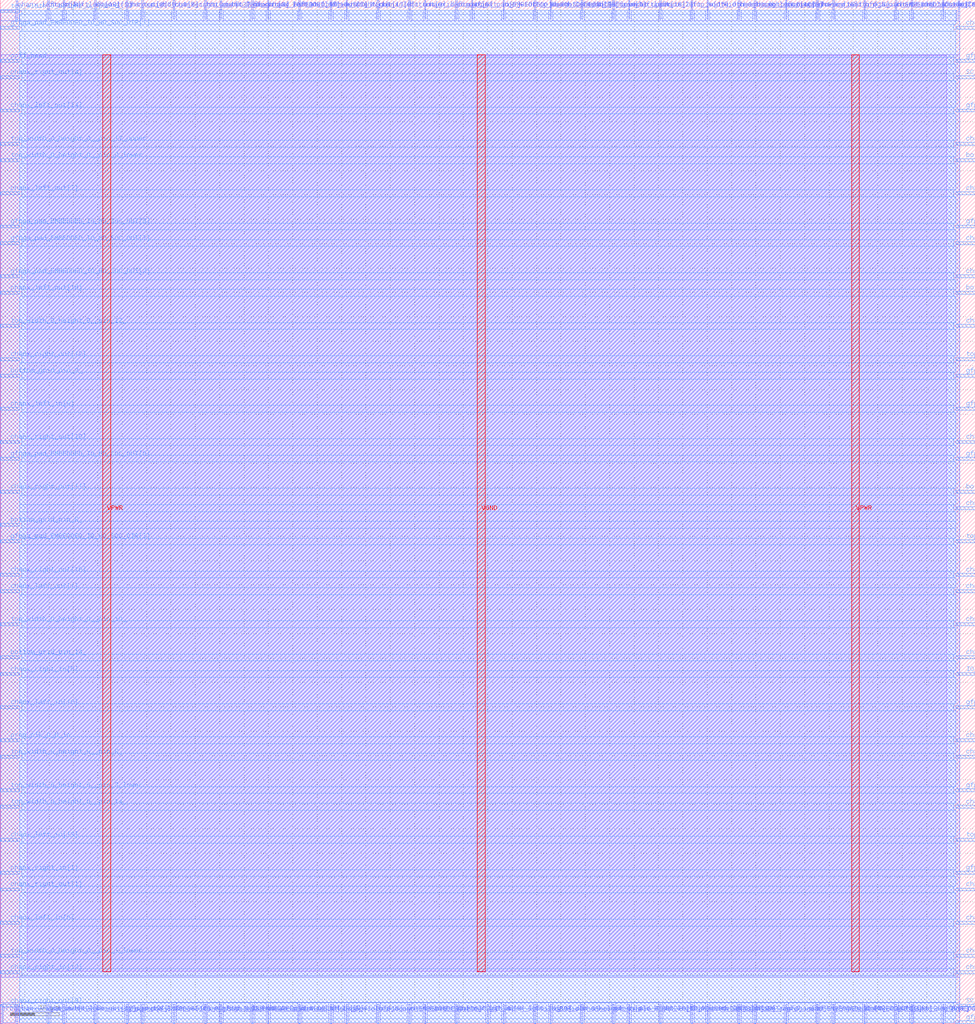
<source format=lef>
VERSION 5.7 ;
  NOWIREEXTENSIONATPIN ON ;
  DIVIDERCHAR "/" ;
  BUSBITCHARS "[]" ;
MACRO cbx_1__0_
  CLASS BLOCK ;
  FOREIGN cbx_1__0_ ;
  ORIGIN 0.000 0.000 ;
  SIZE 200.000 BY 210.000 ;
  PIN IO_ISOL_N
    DIRECTION INPUT ;
    USE SIGNAL ;
    PORT
      LAYER met3 ;
        RECT 196.000 71.440 200.000 72.040 ;
    END
  END IO_ISOL_N
  PIN SC_IN_BOT
    DIRECTION INPUT ;
    USE SIGNAL ;
    PORT
      LAYER met2 ;
        RECT 109.570 0.000 109.850 4.000 ;
    END
  END SC_IN_BOT
  PIN SC_IN_TOP
    DIRECTION INPUT ;
    USE SIGNAL ;
    PORT
      LAYER met3 ;
        RECT 196.000 3.440 200.000 4.040 ;
    END
  END SC_IN_TOP
  PIN SC_OUT_BOT
    DIRECTION OUTPUT TRISTATE ;
    USE SIGNAL ;
    PORT
      LAYER met2 ;
        RECT 151.430 0.000 151.710 4.000 ;
    END
  END SC_OUT_BOT
  PIN SC_OUT_TOP
    DIRECTION OUTPUT TRISTATE ;
    USE SIGNAL ;
    PORT
      LAYER met3 ;
        RECT 196.000 193.840 200.000 194.440 ;
    END
  END SC_OUT_TOP
  PIN VGND
    DIRECTION INOUT ;
    USE GROUND ;
    PORT
      LAYER met4 ;
        RECT 97.840 10.640 99.440 198.800 ;
    END
  END VGND
  PIN VPWR
    DIRECTION INOUT ;
    USE POWER ;
    PORT
      LAYER met4 ;
        RECT 21.040 10.640 22.640 198.800 ;
    END
    PORT
      LAYER met4 ;
        RECT 174.640 10.640 176.240 198.800 ;
    END
  END VPWR
  PIN bottom_grid_pin_0_
    DIRECTION OUTPUT TRISTATE ;
    USE SIGNAL ;
    PORT
      LAYER met2 ;
        RECT 51.610 0.000 51.890 4.000 ;
    END
  END bottom_grid_pin_0_
  PIN bottom_grid_pin_10_
    DIRECTION OUTPUT TRISTATE ;
    USE SIGNAL ;
    PORT
      LAYER met2 ;
        RECT 83.810 206.000 84.090 210.000 ;
    END
  END bottom_grid_pin_10_
  PIN bottom_grid_pin_12_
    DIRECTION OUTPUT TRISTATE ;
    USE SIGNAL ;
    PORT
      LAYER met2 ;
        RECT 196.510 206.000 196.790 210.000 ;
    END
  END bottom_grid_pin_12_
  PIN bottom_grid_pin_14_
    DIRECTION OUTPUT TRISTATE ;
    USE SIGNAL ;
    PORT
      LAYER met3 ;
        RECT 0.000 74.840 4.000 75.440 ;
    END
  END bottom_grid_pin_14_
  PIN bottom_grid_pin_16_
    DIRECTION OUTPUT TRISTATE ;
    USE SIGNAL ;
    PORT
      LAYER met3 ;
        RECT 196.000 176.840 200.000 177.440 ;
    END
  END bottom_grid_pin_16_
  PIN bottom_grid_pin_2_
    DIRECTION OUTPUT TRISTATE ;
    USE SIGNAL ;
    PORT
      LAYER met3 ;
        RECT 0.000 132.640 4.000 133.240 ;
    END
  END bottom_grid_pin_2_
  PIN bottom_grid_pin_4_
    DIRECTION OUTPUT TRISTATE ;
    USE SIGNAL ;
    PORT
      LAYER met3 ;
        RECT 196.000 108.840 200.000 109.440 ;
    END
  END bottom_grid_pin_4_
  PIN bottom_grid_pin_6_
    DIRECTION OUTPUT TRISTATE ;
    USE SIGNAL ;
    PORT
      LAYER met3 ;
        RECT 196.000 149.640 200.000 150.240 ;
    END
  END bottom_grid_pin_6_
  PIN bottom_grid_pin_8_
    DIRECTION OUTPUT TRISTATE ;
    USE SIGNAL ;
    PORT
      LAYER met3 ;
        RECT 0.000 102.040 4.000 102.640 ;
    END
  END bottom_grid_pin_8_
  PIN ccff_head
    DIRECTION INPUT ;
    USE SIGNAL ;
    PORT
      LAYER met3 ;
        RECT 0.000 197.240 4.000 197.840 ;
    END
  END ccff_head
  PIN ccff_tail
    DIRECTION OUTPUT TRISTATE ;
    USE SIGNAL ;
    PORT
      LAYER met2 ;
        RECT 183.630 0.000 183.910 4.000 ;
    END
  END ccff_tail
  PIN chanx_left_in[0]
    DIRECTION INPUT ;
    USE SIGNAL ;
    PORT
      LAYER met3 ;
        RECT 0.000 125.840 4.000 126.440 ;
    END
  END chanx_left_in[0]
  PIN chanx_left_in[10]
    DIRECTION INPUT ;
    USE SIGNAL ;
    PORT
      LAYER met3 ;
        RECT 0.000 64.640 4.000 65.240 ;
    END
  END chanx_left_in[10]
  PIN chanx_left_in[11]
    DIRECTION INPUT ;
    USE SIGNAL ;
    PORT
      LAYER met2 ;
        RECT 103.130 0.000 103.410 4.000 ;
    END
  END chanx_left_in[11]
  PIN chanx_left_in[12]
    DIRECTION INPUT ;
    USE SIGNAL ;
    PORT
      LAYER met3 ;
        RECT 196.000 159.840 200.000 160.440 ;
    END
  END chanx_left_in[12]
  PIN chanx_left_in[13]
    DIRECTION INPUT ;
    USE SIGNAL ;
    PORT
      LAYER met3 ;
        RECT 0.000 37.440 4.000 38.040 ;
    END
  END chanx_left_in[13]
  PIN chanx_left_in[14]
    DIRECTION INPUT ;
    USE SIGNAL ;
    PORT
      LAYER met3 ;
        RECT 196.000 170.040 200.000 170.640 ;
    END
  END chanx_left_in[14]
  PIN chanx_left_in[15]
    DIRECTION INPUT ;
    USE SIGNAL ;
    PORT
      LAYER met2 ;
        RECT 135.330 206.000 135.610 210.000 ;
    END
  END chanx_left_in[15]
  PIN chanx_left_in[16]
    DIRECTION INPUT ;
    USE SIGNAL ;
    PORT
      LAYER met2 ;
        RECT 29.070 0.000 29.350 4.000 ;
    END
  END chanx_left_in[16]
  PIN chanx_left_in[17]
    DIRECTION INPUT ;
    USE SIGNAL ;
    PORT
      LAYER met2 ;
        RECT 112.790 206.000 113.070 210.000 ;
    END
  END chanx_left_in[17]
  PIN chanx_left_in[18]
    DIRECTION INPUT ;
    USE SIGNAL ;
    PORT
      LAYER met3 ;
        RECT 196.000 81.640 200.000 82.240 ;
    END
  END chanx_left_in[18]
  PIN chanx_left_in[19]
    DIRECTION INPUT ;
    USE SIGNAL ;
    PORT
      LAYER met2 ;
        RECT 144.990 0.000 145.270 4.000 ;
    END
  END chanx_left_in[19]
  PIN chanx_left_in[1]
    DIRECTION INPUT ;
    USE SIGNAL ;
    PORT
      LAYER met2 ;
        RECT 119.230 206.000 119.510 210.000 ;
    END
  END chanx_left_in[1]
  PIN chanx_left_in[2]
    DIRECTION INPUT ;
    USE SIGNAL ;
    PORT
      LAYER met2 ;
        RECT 128.890 206.000 129.170 210.000 ;
    END
  END chanx_left_in[2]
  PIN chanx_left_in[3]
    DIRECTION INPUT ;
    USE SIGNAL ;
    PORT
      LAYER met3 ;
        RECT 196.000 180.240 200.000 180.840 ;
    END
  END chanx_left_in[3]
  PIN chanx_left_in[4]
    DIRECTION INPUT ;
    USE SIGNAL ;
    PORT
      LAYER met2 ;
        RECT 119.230 0.000 119.510 4.000 ;
    END
  END chanx_left_in[4]
  PIN chanx_left_in[5]
    DIRECTION INPUT ;
    USE SIGNAL ;
    PORT
      LAYER met2 ;
        RECT 61.270 0.000 61.550 4.000 ;
    END
  END chanx_left_in[5]
  PIN chanx_left_in[6]
    DIRECTION INPUT ;
    USE SIGNAL ;
    PORT
      LAYER met3 ;
        RECT 0.000 20.440 4.000 21.040 ;
    END
  END chanx_left_in[6]
  PIN chanx_left_in[7]
    DIRECTION INPUT ;
    USE SIGNAL ;
    PORT
      LAYER met2 ;
        RECT 93.470 206.000 93.750 210.000 ;
    END
  END chanx_left_in[7]
  PIN chanx_left_in[8]
    DIRECTION INPUT ;
    USE SIGNAL ;
    PORT
      LAYER met2 ;
        RECT 3.310 206.000 3.590 210.000 ;
    END
  END chanx_left_in[8]
  PIN chanx_left_in[9]
    DIRECTION INPUT ;
    USE SIGNAL ;
    PORT
      LAYER met3 ;
        RECT 196.000 204.040 200.000 204.640 ;
    END
  END chanx_left_in[9]
  PIN chanx_left_out[0]
    DIRECTION OUTPUT TRISTATE ;
    USE SIGNAL ;
    PORT
      LAYER met2 ;
        RECT 77.370 206.000 77.650 210.000 ;
    END
  END chanx_left_out[0]
  PIN chanx_left_out[10]
    DIRECTION OUTPUT TRISTATE ;
    USE SIGNAL ;
    PORT
      LAYER met2 ;
        RECT 193.290 206.000 193.570 210.000 ;
    END
  END chanx_left_out[10]
  PIN chanx_left_out[11]
    DIRECTION OUTPUT TRISTATE ;
    USE SIGNAL ;
    PORT
      LAYER met3 ;
        RECT 196.000 54.440 200.000 55.040 ;
    END
  END chanx_left_out[11]
  PIN chanx_left_out[12]
    DIRECTION OUTPUT TRISTATE ;
    USE SIGNAL ;
    PORT
      LAYER met2 ;
        RECT 12.970 0.000 13.250 4.000 ;
    END
  END chanx_left_out[12]
  PIN chanx_left_out[13]
    DIRECTION OUTPUT TRISTATE ;
    USE SIGNAL ;
    PORT
      LAYER met2 ;
        RECT 67.710 0.000 67.990 4.000 ;
    END
  END chanx_left_out[13]
  PIN chanx_left_out[14]
    DIRECTION OUTPUT TRISTATE ;
    USE SIGNAL ;
    PORT
      LAYER met3 ;
        RECT 0.000 187.040 4.000 187.640 ;
    END
  END chanx_left_out[14]
  PIN chanx_left_out[15]
    DIRECTION OUTPUT TRISTATE ;
    USE SIGNAL ;
    PORT
      LAYER met3 ;
        RECT 196.000 88.440 200.000 89.040 ;
    END
  END chanx_left_out[15]
  PIN chanx_left_out[16]
    DIRECTION OUTPUT TRISTATE ;
    USE SIGNAL ;
    PORT
      LAYER met3 ;
        RECT 0.000 149.640 4.000 150.240 ;
    END
  END chanx_left_out[16]
  PIN chanx_left_out[17]
    DIRECTION OUTPUT TRISTATE ;
    USE SIGNAL ;
    PORT
      LAYER met2 ;
        RECT 54.830 206.000 55.110 210.000 ;
    END
  END chanx_left_out[17]
  PIN chanx_left_out[18]
    DIRECTION OUTPUT TRISTATE ;
    USE SIGNAL ;
    PORT
      LAYER met2 ;
        RECT 125.670 206.000 125.950 210.000 ;
    END
  END chanx_left_out[18]
  PIN chanx_left_out[19]
    DIRECTION OUTPUT TRISTATE ;
    USE SIGNAL ;
    PORT
      LAYER met2 ;
        RECT 9.750 206.000 10.030 210.000 ;
    END
  END chanx_left_out[19]
  PIN chanx_left_out[1]
    DIRECTION OUTPUT TRISTATE ;
    USE SIGNAL ;
    PORT
      LAYER met3 ;
        RECT 0.000 88.440 4.000 89.040 ;
    END
  END chanx_left_out[1]
  PIN chanx_left_out[2]
    DIRECTION OUTPUT TRISTATE ;
    USE SIGNAL ;
    PORT
      LAYER met3 ;
        RECT 0.000 170.040 4.000 170.640 ;
    END
  END chanx_left_out[2]
  PIN chanx_left_out[3]
    DIRECTION OUTPUT TRISTATE ;
    USE SIGNAL ;
    PORT
      LAYER met2 ;
        RECT 45.170 206.000 45.450 210.000 ;
    END
  END chanx_left_out[3]
  PIN chanx_left_out[4]
    DIRECTION OUTPUT TRISTATE ;
    USE SIGNAL ;
    PORT
      LAYER met3 ;
        RECT 196.000 20.440 200.000 21.040 ;
    END
  END chanx_left_out[4]
  PIN chanx_left_out[5]
    DIRECTION OUTPUT TRISTATE ;
    USE SIGNAL ;
    PORT
      LAYER met2 ;
        RECT 87.030 206.000 87.310 210.000 ;
    END
  END chanx_left_out[5]
  PIN chanx_left_out[6]
    DIRECTION OUTPUT TRISTATE ;
    USE SIGNAL ;
    PORT
      LAYER met2 ;
        RECT 186.850 206.000 187.130 210.000 ;
    END
  END chanx_left_out[6]
  PIN chanx_left_out[7]
    DIRECTION OUTPUT TRISTATE ;
    USE SIGNAL ;
    PORT
      LAYER met2 ;
        RECT 61.270 206.000 61.550 210.000 ;
    END
  END chanx_left_out[7]
  PIN chanx_left_out[8]
    DIRECTION OUTPUT TRISTATE ;
    USE SIGNAL ;
    PORT
      LAYER met2 ;
        RECT 154.650 206.000 154.930 210.000 ;
    END
  END chanx_left_out[8]
  PIN chanx_left_out[9]
    DIRECTION OUTPUT TRISTATE ;
    USE SIGNAL ;
    PORT
      LAYER met2 ;
        RECT 12.970 206.000 13.250 210.000 ;
    END
  END chanx_left_out[9]
  PIN chanx_right_in[0]
    DIRECTION INPUT ;
    USE SIGNAL ;
    PORT
      LAYER met2 ;
        RECT 70.930 206.000 71.210 210.000 ;
    END
  END chanx_right_in[0]
  PIN chanx_right_in[10]
    DIRECTION INPUT ;
    USE SIGNAL ;
    PORT
      LAYER met2 ;
        RECT 154.650 0.000 154.930 4.000 ;
    END
  END chanx_right_in[10]
  PIN chanx_right_in[11]
    DIRECTION INPUT ;
    USE SIGNAL ;
    PORT
      LAYER met3 ;
        RECT 196.000 142.840 200.000 143.440 ;
    END
  END chanx_right_in[11]
  PIN chanx_right_in[12]
    DIRECTION INPUT ;
    USE SIGNAL ;
    PORT
      LAYER met3 ;
        RECT 0.000 10.240 4.000 10.840 ;
    END
  END chanx_right_in[12]
  PIN chanx_right_in[13]
    DIRECTION INPUT ;
    USE SIGNAL ;
    PORT
      LAYER met2 ;
        RECT 167.530 206.000 167.810 210.000 ;
    END
  END chanx_right_in[13]
  PIN chanx_right_in[14]
    DIRECTION INPUT ;
    USE SIGNAL ;
    PORT
      LAYER met3 ;
        RECT 196.000 13.640 200.000 14.240 ;
    END
  END chanx_right_in[14]
  PIN chanx_right_in[15]
    DIRECTION INPUT ;
    USE SIGNAL ;
    PORT
      LAYER met2 ;
        RECT 161.090 206.000 161.370 210.000 ;
    END
  END chanx_right_in[15]
  PIN chanx_right_in[16]
    DIRECTION INPUT ;
    USE SIGNAL ;
    PORT
      LAYER met2 ;
        RECT 83.810 0.000 84.090 4.000 ;
    END
  END chanx_right_in[16]
  PIN chanx_right_in[17]
    DIRECTION INPUT ;
    USE SIGNAL ;
    PORT
      LAYER met2 ;
        RECT 128.890 0.000 129.170 4.000 ;
    END
  END chanx_right_in[17]
  PIN chanx_right_in[18]
    DIRECTION INPUT ;
    USE SIGNAL ;
    PORT
      LAYER met3 ;
        RECT 196.000 119.040 200.000 119.640 ;
    END
  END chanx_right_in[18]
  PIN chanx_right_in[19]
    DIRECTION INPUT ;
    USE SIGNAL ;
    PORT
      LAYER met2 ;
        RECT 54.830 0.000 55.110 4.000 ;
    END
  END chanx_right_in[19]
  PIN chanx_right_in[1]
    DIRECTION INPUT ;
    USE SIGNAL ;
    PORT
      LAYER met3 ;
        RECT 0.000 30.640 4.000 31.240 ;
    END
  END chanx_right_in[1]
  PIN chanx_right_in[2]
    DIRECTION INPUT ;
    USE SIGNAL ;
    PORT
      LAYER met3 ;
        RECT 196.000 105.440 200.000 106.040 ;
    END
  END chanx_right_in[2]
  PIN chanx_right_in[3]
    DIRECTION INPUT ;
    USE SIGNAL ;
    PORT
      LAYER met2 ;
        RECT 177.190 0.000 177.470 4.000 ;
    END
  END chanx_right_in[3]
  PIN chanx_right_in[4]
    DIRECTION INPUT ;
    USE SIGNAL ;
    PORT
      LAYER met3 ;
        RECT 196.000 27.240 200.000 27.840 ;
    END
  END chanx_right_in[4]
  PIN chanx_right_in[5]
    DIRECTION INPUT ;
    USE SIGNAL ;
    PORT
      LAYER met3 ;
        RECT 0.000 71.440 4.000 72.040 ;
    END
  END chanx_right_in[5]
  PIN chanx_right_in[6]
    DIRECTION INPUT ;
    USE SIGNAL ;
    PORT
      LAYER met3 ;
        RECT 196.000 57.840 200.000 58.440 ;
    END
  END chanx_right_in[6]
  PIN chanx_right_in[7]
    DIRECTION INPUT ;
    USE SIGNAL ;
    PORT
      LAYER met2 ;
        RECT 167.530 0.000 167.810 4.000 ;
    END
  END chanx_right_in[7]
  PIN chanx_right_in[8]
    DIRECTION INPUT ;
    USE SIGNAL ;
    PORT
      LAYER met2 ;
        RECT 93.470 0.000 93.750 4.000 ;
    END
  END chanx_right_in[8]
  PIN chanx_right_in[9]
    DIRECTION INPUT ;
    USE SIGNAL ;
    PORT
      LAYER met3 ;
        RECT 196.000 74.840 200.000 75.440 ;
    END
  END chanx_right_in[9]
  PIN chanx_right_out[0]
    DIRECTION OUTPUT TRISTATE ;
    USE SIGNAL ;
    PORT
      LAYER met2 ;
        RECT 87.030 0.000 87.310 4.000 ;
    END
  END chanx_right_out[0]
  PIN chanx_right_out[10]
    DIRECTION OUTPUT TRISTATE ;
    USE SIGNAL ;
    PORT
      LAYER met3 ;
        RECT 0.000 119.040 4.000 119.640 ;
    END
  END chanx_right_out[10]
  PIN chanx_right_out[11]
    DIRECTION OUTPUT TRISTATE ;
    USE SIGNAL ;
    PORT
      LAYER met3 ;
        RECT 0.000 108.840 4.000 109.440 ;
    END
  END chanx_right_out[11]
  PIN chanx_right_out[12]
    DIRECTION OUTPUT TRISTATE ;
    USE SIGNAL ;
    PORT
      LAYER met3 ;
        RECT 0.000 136.040 4.000 136.640 ;
    END
  END chanx_right_out[12]
  PIN chanx_right_out[13]
    DIRECTION OUTPUT TRISTATE ;
    USE SIGNAL ;
    PORT
      LAYER met2 ;
        RECT 35.510 206.000 35.790 210.000 ;
    END
  END chanx_right_out[13]
  PIN chanx_right_out[14]
    DIRECTION OUTPUT TRISTATE ;
    USE SIGNAL ;
    PORT
      LAYER met3 ;
        RECT 196.000 153.040 200.000 153.640 ;
    END
  END chanx_right_out[14]
  PIN chanx_right_out[15]
    DIRECTION OUTPUT TRISTATE ;
    USE SIGNAL ;
    PORT
      LAYER met3 ;
        RECT 196.000 44.240 200.000 44.840 ;
    END
  END chanx_right_out[15]
  PIN chanx_right_out[16]
    DIRECTION OUTPUT TRISTATE ;
    USE SIGNAL ;
    PORT
      LAYER met2 ;
        RECT 151.430 206.000 151.710 210.000 ;
    END
  END chanx_right_out[16]
  PIN chanx_right_out[17]
    DIRECTION OUTPUT TRISTATE ;
    USE SIGNAL ;
    PORT
      LAYER met2 ;
        RECT 67.710 206.000 67.990 210.000 ;
    END
  END chanx_right_out[17]
  PIN chanx_right_out[18]
    DIRECTION OUTPUT TRISTATE ;
    USE SIGNAL ;
    PORT
      LAYER met3 ;
        RECT 0.000 91.840 4.000 92.440 ;
    END
  END chanx_right_out[18]
  PIN chanx_right_out[19]
    DIRECTION OUTPUT TRISTATE ;
    USE SIGNAL ;
    PORT
      LAYER met2 ;
        RECT 3.310 0.000 3.590 4.000 ;
    END
  END chanx_right_out[19]
  PIN chanx_right_out[1]
    DIRECTION OUTPUT TRISTATE ;
    USE SIGNAL ;
    PORT
      LAYER met3 ;
        RECT 0.000 27.240 4.000 27.840 ;
    END
  END chanx_right_out[1]
  PIN chanx_right_out[2]
    DIRECTION OUTPUT TRISTATE ;
    USE SIGNAL ;
    PORT
      LAYER met3 ;
        RECT 196.000 10.240 200.000 10.840 ;
    END
  END chanx_right_out[2]
  PIN chanx_right_out[3]
    DIRECTION OUTPUT TRISTATE ;
    USE SIGNAL ;
    PORT
      LAYER met2 ;
        RECT 25.850 206.000 26.130 210.000 ;
    END
  END chanx_right_out[3]
  PIN chanx_right_out[4]
    DIRECTION OUTPUT TRISTATE ;
    USE SIGNAL ;
    PORT
      LAYER met3 ;
        RECT 0.000 193.840 4.000 194.440 ;
    END
  END chanx_right_out[4]
  PIN chanx_right_out[5]
    DIRECTION OUTPUT TRISTATE ;
    USE SIGNAL ;
    PORT
      LAYER met3 ;
        RECT 196.000 91.840 200.000 92.440 ;
    END
  END chanx_right_out[5]
  PIN chanx_right_out[6]
    DIRECTION OUTPUT TRISTATE ;
    USE SIGNAL ;
    PORT
      LAYER met2 ;
        RECT 183.630 206.000 183.910 210.000 ;
    END
  END chanx_right_out[6]
  PIN chanx_right_out[7]
    DIRECTION OUTPUT TRISTATE ;
    USE SIGNAL ;
    PORT
      LAYER met2 ;
        RECT 19.410 0.000 19.690 4.000 ;
    END
  END chanx_right_out[7]
  PIN chanx_right_out[8]
    DIRECTION OUTPUT TRISTATE ;
    USE SIGNAL ;
    PORT
      LAYER met2 ;
        RECT 19.410 206.000 19.690 210.000 ;
    END
  END chanx_right_out[8]
  PIN chanx_right_out[9]
    DIRECTION OUTPUT TRISTATE ;
    USE SIGNAL ;
    PORT
      LAYER met3 ;
        RECT 0.000 3.440 4.000 4.040 ;
    END
  END chanx_right_out[9]
  PIN gfpga_pad_EMBEDDED_IO_HD_SOC_DIR[0]
    DIRECTION OUTPUT TRISTATE ;
    USE SIGNAL ;
    PORT
      LAYER met2 ;
        RECT 96.690 206.000 96.970 210.000 ;
    END
  END gfpga_pad_EMBEDDED_IO_HD_SOC_DIR[0]
  PIN gfpga_pad_EMBEDDED_IO_HD_SOC_DIR[1]
    DIRECTION OUTPUT TRISTATE ;
    USE SIGNAL ;
    PORT
      LAYER met3 ;
        RECT 0.000 204.040 4.000 204.640 ;
    END
  END gfpga_pad_EMBEDDED_IO_HD_SOC_DIR[1]
  PIN gfpga_pad_EMBEDDED_IO_HD_SOC_DIR[2]
    DIRECTION OUTPUT TRISTATE ;
    USE SIGNAL ;
    PORT
      LAYER met2 ;
        RECT 193.290 0.000 193.570 4.000 ;
    END
  END gfpga_pad_EMBEDDED_IO_HD_SOC_DIR[2]
  PIN gfpga_pad_EMBEDDED_IO_HD_SOC_DIR[3]
    DIRECTION OUTPUT TRISTATE ;
    USE SIGNAL ;
    PORT
      LAYER met3 ;
        RECT 0.000 98.640 4.000 99.240 ;
    END
  END gfpga_pad_EMBEDDED_IO_HD_SOC_DIR[3]
  PIN gfpga_pad_EMBEDDED_IO_HD_SOC_DIR[4]
    DIRECTION OUTPUT TRISTATE ;
    USE SIGNAL ;
    PORT
      LAYER met3 ;
        RECT 196.000 132.640 200.000 133.240 ;
    END
  END gfpga_pad_EMBEDDED_IO_HD_SOC_DIR[4]
  PIN gfpga_pad_EMBEDDED_IO_HD_SOC_DIR[5]
    DIRECTION OUTPUT TRISTATE ;
    USE SIGNAL ;
    PORT
      LAYER met2 ;
        RECT 177.190 206.000 177.470 210.000 ;
    END
  END gfpga_pad_EMBEDDED_IO_HD_SOC_DIR[5]
  PIN gfpga_pad_EMBEDDED_IO_HD_SOC_DIR[6]
    DIRECTION OUTPUT TRISTATE ;
    USE SIGNAL ;
    PORT
      LAYER met2 ;
        RECT 45.170 0.000 45.450 4.000 ;
    END
  END gfpga_pad_EMBEDDED_IO_HD_SOC_DIR[6]
  PIN gfpga_pad_EMBEDDED_IO_HD_SOC_DIR[7]
    DIRECTION OUTPUT TRISTATE ;
    USE SIGNAL ;
    PORT
      LAYER met3 ;
        RECT 196.000 47.640 200.000 48.240 ;
    END
  END gfpga_pad_EMBEDDED_IO_HD_SOC_DIR[7]
  PIN gfpga_pad_EMBEDDED_IO_HD_SOC_DIR[8]
    DIRECTION OUTPUT TRISTATE ;
    USE SIGNAL ;
    PORT
      LAYER met2 ;
        RECT 125.670 0.000 125.950 4.000 ;
    END
  END gfpga_pad_EMBEDDED_IO_HD_SOC_DIR[8]
  PIN gfpga_pad_EMBEDDED_IO_HD_SOC_IN[0]
    DIRECTION INPUT ;
    USE SIGNAL ;
    PORT
      LAYER met3 ;
        RECT 196.000 0.040 200.000 0.640 ;
    END
  END gfpga_pad_EMBEDDED_IO_HD_SOC_IN[0]
  PIN gfpga_pad_EMBEDDED_IO_HD_SOC_IN[1]
    DIRECTION INPUT ;
    USE SIGNAL ;
    PORT
      LAYER met2 ;
        RECT 51.610 206.000 51.890 210.000 ;
    END
  END gfpga_pad_EMBEDDED_IO_HD_SOC_IN[1]
  PIN gfpga_pad_EMBEDDED_IO_HD_SOC_IN[2]
    DIRECTION INPUT ;
    USE SIGNAL ;
    PORT
      LAYER met2 ;
        RECT 161.090 0.000 161.370 4.000 ;
    END
  END gfpga_pad_EMBEDDED_IO_HD_SOC_IN[2]
  PIN gfpga_pad_EMBEDDED_IO_HD_SOC_IN[3]
    DIRECTION INPUT ;
    USE SIGNAL ;
    PORT
      LAYER met2 ;
        RECT 25.850 0.000 26.130 4.000 ;
    END
  END gfpga_pad_EMBEDDED_IO_HD_SOC_IN[3]
  PIN gfpga_pad_EMBEDDED_IO_HD_SOC_IN[4]
    DIRECTION INPUT ;
    USE SIGNAL ;
    PORT
      LAYER met2 ;
        RECT 77.370 0.000 77.650 4.000 ;
    END
  END gfpga_pad_EMBEDDED_IO_HD_SOC_IN[4]
  PIN gfpga_pad_EMBEDDED_IO_HD_SOC_IN[5]
    DIRECTION INPUT ;
    USE SIGNAL ;
    PORT
      LAYER met3 ;
        RECT 196.000 30.640 200.000 31.240 ;
    END
  END gfpga_pad_EMBEDDED_IO_HD_SOC_IN[5]
  PIN gfpga_pad_EMBEDDED_IO_HD_SOC_IN[6]
    DIRECTION INPUT ;
    USE SIGNAL ;
    PORT
      LAYER met3 ;
        RECT 196.000 163.240 200.000 163.840 ;
    END
  END gfpga_pad_EMBEDDED_IO_HD_SOC_IN[6]
  PIN gfpga_pad_EMBEDDED_IO_HD_SOC_IN[7]
    DIRECTION INPUT ;
    USE SIGNAL ;
    PORT
      LAYER met3 ;
        RECT 196.000 115.640 200.000 116.240 ;
    END
  END gfpga_pad_EMBEDDED_IO_HD_SOC_IN[7]
  PIN gfpga_pad_EMBEDDED_IO_HD_SOC_IN[8]
    DIRECTION INPUT ;
    USE SIGNAL ;
    PORT
      LAYER met2 ;
        RECT 170.750 0.000 171.030 4.000 ;
    END
  END gfpga_pad_EMBEDDED_IO_HD_SOC_IN[8]
  PIN gfpga_pad_EMBEDDED_IO_HD_SOC_OUT[0]
    DIRECTION OUTPUT TRISTATE ;
    USE SIGNAL ;
    PORT
      LAYER met3 ;
        RECT 0.000 115.640 4.000 116.240 ;
    END
  END gfpga_pad_EMBEDDED_IO_HD_SOC_OUT[0]
  PIN gfpga_pad_EMBEDDED_IO_HD_SOC_OUT[1]
    DIRECTION OUTPUT TRISTATE ;
    USE SIGNAL ;
    PORT
      LAYER met3 ;
        RECT 196.000 64.640 200.000 65.240 ;
    END
  END gfpga_pad_EMBEDDED_IO_HD_SOC_OUT[1]
  PIN gfpga_pad_EMBEDDED_IO_HD_SOC_OUT[2]
    DIRECTION OUTPUT TRISTATE ;
    USE SIGNAL ;
    PORT
      LAYER met3 ;
        RECT 0.000 153.040 4.000 153.640 ;
    END
  END gfpga_pad_EMBEDDED_IO_HD_SOC_OUT[2]
  PIN gfpga_pad_EMBEDDED_IO_HD_SOC_OUT[3]
    DIRECTION OUTPUT TRISTATE ;
    USE SIGNAL ;
    PORT
      LAYER met3 ;
        RECT 196.000 125.840 200.000 126.440 ;
    END
  END gfpga_pad_EMBEDDED_IO_HD_SOC_OUT[3]
  PIN gfpga_pad_EMBEDDED_IO_HD_SOC_OUT[4]
    DIRECTION OUTPUT TRISTATE ;
    USE SIGNAL ;
    PORT
      LAYER met3 ;
        RECT 196.000 187.040 200.000 187.640 ;
    END
  END gfpga_pad_EMBEDDED_IO_HD_SOC_OUT[4]
  PIN gfpga_pad_EMBEDDED_IO_HD_SOC_OUT[5]
    DIRECTION OUTPUT TRISTATE ;
    USE SIGNAL ;
    PORT
      LAYER met2 ;
        RECT 186.850 0.000 187.130 4.000 ;
    END
  END gfpga_pad_EMBEDDED_IO_HD_SOC_OUT[5]
  PIN gfpga_pad_EMBEDDED_IO_HD_SOC_OUT[6]
    DIRECTION OUTPUT TRISTATE ;
    USE SIGNAL ;
    PORT
      LAYER met3 ;
        RECT 196.000 197.240 200.000 197.840 ;
    END
  END gfpga_pad_EMBEDDED_IO_HD_SOC_OUT[6]
  PIN gfpga_pad_EMBEDDED_IO_HD_SOC_OUT[7]
    DIRECTION OUTPUT TRISTATE ;
    USE SIGNAL ;
    PORT
      LAYER met3 ;
        RECT 0.000 159.840 4.000 160.440 ;
    END
  END gfpga_pad_EMBEDDED_IO_HD_SOC_OUT[7]
  PIN gfpga_pad_EMBEDDED_IO_HD_SOC_OUT[8]
    DIRECTION OUTPUT TRISTATE ;
    USE SIGNAL ;
    PORT
      LAYER met3 ;
        RECT 0.000 163.240 4.000 163.840 ;
    END
  END gfpga_pad_EMBEDDED_IO_HD_SOC_OUT[8]
  PIN prog_clk_0_N_in
    DIRECTION INPUT ;
    USE SIGNAL ;
    PORT
      LAYER met3 ;
        RECT 0.000 57.840 4.000 58.440 ;
    END
  END prog_clk_0_N_in
  PIN prog_clk_0_W_out
    DIRECTION OUTPUT TRISTATE ;
    USE SIGNAL ;
    PORT
      LAYER met2 ;
        RECT 0.090 0.000 0.370 4.000 ;
    END
  END prog_clk_0_W_out
  PIN top_width_0_height_0__pin_0_
    DIRECTION INPUT ;
    USE SIGNAL ;
    PORT
      LAYER met2 ;
        RECT 135.330 0.000 135.610 4.000 ;
    END
  END top_width_0_height_0__pin_0_
  PIN top_width_0_height_0__pin_10_
    DIRECTION INPUT ;
    USE SIGNAL ;
    PORT
      LAYER met3 ;
        RECT 0.000 81.640 4.000 82.240 ;
    END
  END top_width_0_height_0__pin_10_
  PIN top_width_0_height_0__pin_11_lower
    DIRECTION OUTPUT TRISTATE ;
    USE SIGNAL ;
    PORT
      LAYER met2 ;
        RECT 41.950 206.000 42.230 210.000 ;
    END
  END top_width_0_height_0__pin_11_lower
  PIN top_width_0_height_0__pin_11_upper
    DIRECTION OUTPUT TRISTATE ;
    USE SIGNAL ;
    PORT
      LAYER met2 ;
        RECT 109.570 206.000 109.850 210.000 ;
    END
  END top_width_0_height_0__pin_11_upper
  PIN top_width_0_height_0__pin_12_
    DIRECTION INPUT ;
    USE SIGNAL ;
    PORT
      LAYER met3 ;
        RECT 0.000 142.840 4.000 143.440 ;
    END
  END top_width_0_height_0__pin_12_
  PIN top_width_0_height_0__pin_13_lower
    DIRECTION OUTPUT TRISTATE ;
    USE SIGNAL ;
    PORT
      LAYER met2 ;
        RECT 35.510 0.000 35.790 4.000 ;
    END
  END top_width_0_height_0__pin_13_lower
  PIN top_width_0_height_0__pin_13_upper
    DIRECTION OUTPUT TRISTATE ;
    USE SIGNAL ;
    PORT
      LAYER met2 ;
        RECT 9.750 0.000 10.030 4.000 ;
    END
  END top_width_0_height_0__pin_13_upper
  PIN top_width_0_height_0__pin_14_
    DIRECTION INPUT ;
    USE SIGNAL ;
    PORT
      LAYER met3 ;
        RECT 0.000 44.240 4.000 44.840 ;
    END
  END top_width_0_height_0__pin_14_
  PIN top_width_0_height_0__pin_15_lower
    DIRECTION OUTPUT TRISTATE ;
    USE SIGNAL ;
    PORT
      LAYER met2 ;
        RECT 103.130 206.000 103.410 210.000 ;
    END
  END top_width_0_height_0__pin_15_lower
  PIN top_width_0_height_0__pin_15_upper
    DIRECTION OUTPUT TRISTATE ;
    USE SIGNAL ;
    PORT
      LAYER met2 ;
        RECT 99.910 0.000 100.190 4.000 ;
    END
  END top_width_0_height_0__pin_15_upper
  PIN top_width_0_height_0__pin_16_
    DIRECTION INPUT ;
    USE SIGNAL ;
    PORT
      LAYER met2 ;
        RECT 170.750 206.000 171.030 210.000 ;
    END
  END top_width_0_height_0__pin_16_
  PIN top_width_0_height_0__pin_17_lower
    DIRECTION OUTPUT TRISTATE ;
    USE SIGNAL ;
    PORT
      LAYER met3 ;
        RECT 196.000 37.440 200.000 38.040 ;
    END
  END top_width_0_height_0__pin_17_lower
  PIN top_width_0_height_0__pin_17_upper
    DIRECTION OUTPUT TRISTATE ;
    USE SIGNAL ;
    PORT
      LAYER met3 ;
        RECT 0.000 180.240 4.000 180.840 ;
    END
  END top_width_0_height_0__pin_17_upper
  PIN top_width_0_height_0__pin_1_lower
    DIRECTION OUTPUT TRISTATE ;
    USE SIGNAL ;
    PORT
      LAYER met3 ;
        RECT 0.000 13.640 4.000 14.240 ;
    END
  END top_width_0_height_0__pin_1_lower
  PIN top_width_0_height_0__pin_1_upper
    DIRECTION OUTPUT TRISTATE ;
    USE SIGNAL ;
    PORT
      LAYER met2 ;
        RECT 41.950 0.000 42.230 4.000 ;
    END
  END top_width_0_height_0__pin_1_upper
  PIN top_width_0_height_0__pin_2_
    DIRECTION INPUT ;
    USE SIGNAL ;
    PORT
      LAYER met2 ;
        RECT 70.930 0.000 71.210 4.000 ;
    END
  END top_width_0_height_0__pin_2_
  PIN top_width_0_height_0__pin_3_lower
    DIRECTION OUTPUT TRISTATE ;
    USE SIGNAL ;
    PORT
      LAYER met3 ;
        RECT 0.000 47.640 4.000 48.240 ;
    END
  END top_width_0_height_0__pin_3_lower
  PIN top_width_0_height_0__pin_3_upper
    DIRECTION OUTPUT TRISTATE ;
    USE SIGNAL ;
    PORT
      LAYER met3 ;
        RECT 196.000 136.040 200.000 136.640 ;
    END
  END top_width_0_height_0__pin_3_upper
  PIN top_width_0_height_0__pin_4_
    DIRECTION INPUT ;
    USE SIGNAL ;
    PORT
      LAYER met2 ;
        RECT 112.790 0.000 113.070 4.000 ;
    END
  END top_width_0_height_0__pin_4_
  PIN top_width_0_height_0__pin_5_lower
    DIRECTION OUTPUT TRISTATE ;
    USE SIGNAL ;
    PORT
      LAYER met2 ;
        RECT 144.990 206.000 145.270 210.000 ;
    END
  END top_width_0_height_0__pin_5_lower
  PIN top_width_0_height_0__pin_5_upper
    DIRECTION OUTPUT TRISTATE ;
    USE SIGNAL ;
    PORT
      LAYER met2 ;
        RECT 141.770 206.000 142.050 210.000 ;
    END
  END top_width_0_height_0__pin_5_upper
  PIN top_width_0_height_0__pin_6_
    DIRECTION INPUT ;
    USE SIGNAL ;
    PORT
      LAYER met3 ;
        RECT 0.000 207.440 4.000 208.040 ;
    END
  END top_width_0_height_0__pin_6_
  PIN top_width_0_height_0__pin_7_lower
    DIRECTION OUTPUT TRISTATE ;
    USE SIGNAL ;
    PORT
      LAYER met2 ;
        RECT 29.070 206.000 29.350 210.000 ;
    END
  END top_width_0_height_0__pin_7_lower
  PIN top_width_0_height_0__pin_7_upper
    DIRECTION OUTPUT TRISTATE ;
    USE SIGNAL ;
    PORT
      LAYER met2 ;
        RECT 141.770 0.000 142.050 4.000 ;
    END
  END top_width_0_height_0__pin_7_upper
  PIN top_width_0_height_0__pin_8_
    DIRECTION INPUT ;
    USE SIGNAL ;
    PORT
      LAYER met3 ;
        RECT 0.000 54.440 4.000 55.040 ;
    END
  END top_width_0_height_0__pin_8_
  PIN top_width_0_height_0__pin_9_lower
    DIRECTION OUTPUT TRISTATE ;
    USE SIGNAL ;
    PORT
      LAYER met3 ;
        RECT 0.000 176.840 4.000 177.440 ;
    END
  END top_width_0_height_0__pin_9_lower
  PIN top_width_0_height_0__pin_9_upper
    DIRECTION OUTPUT TRISTATE ;
    USE SIGNAL ;
    PORT
      LAYER met3 ;
        RECT 196.000 98.640 200.000 99.240 ;
    END
  END top_width_0_height_0__pin_9_upper
  OBS
      LAYER li1 ;
        RECT 5.520 10.795 194.120 198.645 ;
      LAYER met1 ;
        RECT 0.070 9.560 196.810 198.800 ;
      LAYER met2 ;
        RECT 0.100 205.720 3.030 207.925 ;
        RECT 3.870 205.720 9.470 207.925 ;
        RECT 10.310 205.720 12.690 207.925 ;
        RECT 13.530 205.720 19.130 207.925 ;
        RECT 19.970 205.720 25.570 207.925 ;
        RECT 26.410 205.720 28.790 207.925 ;
        RECT 29.630 205.720 35.230 207.925 ;
        RECT 36.070 205.720 41.670 207.925 ;
        RECT 42.510 205.720 44.890 207.925 ;
        RECT 45.730 205.720 51.330 207.925 ;
        RECT 52.170 205.720 54.550 207.925 ;
        RECT 55.390 205.720 60.990 207.925 ;
        RECT 61.830 205.720 67.430 207.925 ;
        RECT 68.270 205.720 70.650 207.925 ;
        RECT 71.490 205.720 77.090 207.925 ;
        RECT 77.930 205.720 83.530 207.925 ;
        RECT 84.370 205.720 86.750 207.925 ;
        RECT 87.590 205.720 93.190 207.925 ;
        RECT 94.030 205.720 96.410 207.925 ;
        RECT 97.250 205.720 102.850 207.925 ;
        RECT 103.690 205.720 109.290 207.925 ;
        RECT 110.130 205.720 112.510 207.925 ;
        RECT 113.350 205.720 118.950 207.925 ;
        RECT 119.790 205.720 125.390 207.925 ;
        RECT 126.230 205.720 128.610 207.925 ;
        RECT 129.450 205.720 135.050 207.925 ;
        RECT 135.890 205.720 141.490 207.925 ;
        RECT 142.330 205.720 144.710 207.925 ;
        RECT 145.550 205.720 151.150 207.925 ;
        RECT 151.990 205.720 154.370 207.925 ;
        RECT 155.210 205.720 160.810 207.925 ;
        RECT 161.650 205.720 167.250 207.925 ;
        RECT 168.090 205.720 170.470 207.925 ;
        RECT 171.310 205.720 176.910 207.925 ;
        RECT 177.750 205.720 183.350 207.925 ;
        RECT 184.190 205.720 186.570 207.925 ;
        RECT 187.410 205.720 193.010 207.925 ;
        RECT 193.850 205.720 196.230 207.925 ;
        RECT 0.100 4.280 196.780 205.720 ;
        RECT 0.650 0.155 3.030 4.280 ;
        RECT 3.870 0.155 9.470 4.280 ;
        RECT 10.310 0.155 12.690 4.280 ;
        RECT 13.530 0.155 19.130 4.280 ;
        RECT 19.970 0.155 25.570 4.280 ;
        RECT 26.410 0.155 28.790 4.280 ;
        RECT 29.630 0.155 35.230 4.280 ;
        RECT 36.070 0.155 41.670 4.280 ;
        RECT 42.510 0.155 44.890 4.280 ;
        RECT 45.730 0.155 51.330 4.280 ;
        RECT 52.170 0.155 54.550 4.280 ;
        RECT 55.390 0.155 60.990 4.280 ;
        RECT 61.830 0.155 67.430 4.280 ;
        RECT 68.270 0.155 70.650 4.280 ;
        RECT 71.490 0.155 77.090 4.280 ;
        RECT 77.930 0.155 83.530 4.280 ;
        RECT 84.370 0.155 86.750 4.280 ;
        RECT 87.590 0.155 93.190 4.280 ;
        RECT 94.030 0.155 99.630 4.280 ;
        RECT 100.470 0.155 102.850 4.280 ;
        RECT 103.690 0.155 109.290 4.280 ;
        RECT 110.130 0.155 112.510 4.280 ;
        RECT 113.350 0.155 118.950 4.280 ;
        RECT 119.790 0.155 125.390 4.280 ;
        RECT 126.230 0.155 128.610 4.280 ;
        RECT 129.450 0.155 135.050 4.280 ;
        RECT 135.890 0.155 141.490 4.280 ;
        RECT 142.330 0.155 144.710 4.280 ;
        RECT 145.550 0.155 151.150 4.280 ;
        RECT 151.990 0.155 154.370 4.280 ;
        RECT 155.210 0.155 160.810 4.280 ;
        RECT 161.650 0.155 167.250 4.280 ;
        RECT 168.090 0.155 170.470 4.280 ;
        RECT 171.310 0.155 176.910 4.280 ;
        RECT 177.750 0.155 183.350 4.280 ;
        RECT 184.190 0.155 186.570 4.280 ;
        RECT 187.410 0.155 193.010 4.280 ;
        RECT 193.850 0.155 196.780 4.280 ;
      LAYER met3 ;
        RECT 4.400 207.040 196.000 207.905 ;
        RECT 4.000 205.040 196.000 207.040 ;
        RECT 4.400 203.640 195.600 205.040 ;
        RECT 4.000 198.240 196.000 203.640 ;
        RECT 4.400 196.840 195.600 198.240 ;
        RECT 4.000 194.840 196.000 196.840 ;
        RECT 4.400 193.440 195.600 194.840 ;
        RECT 4.000 188.040 196.000 193.440 ;
        RECT 4.400 186.640 195.600 188.040 ;
        RECT 4.000 181.240 196.000 186.640 ;
        RECT 4.400 179.840 195.600 181.240 ;
        RECT 4.000 177.840 196.000 179.840 ;
        RECT 4.400 176.440 195.600 177.840 ;
        RECT 4.000 171.040 196.000 176.440 ;
        RECT 4.400 169.640 195.600 171.040 ;
        RECT 4.000 164.240 196.000 169.640 ;
        RECT 4.400 162.840 195.600 164.240 ;
        RECT 4.000 160.840 196.000 162.840 ;
        RECT 4.400 159.440 195.600 160.840 ;
        RECT 4.000 154.040 196.000 159.440 ;
        RECT 4.400 152.640 195.600 154.040 ;
        RECT 4.000 150.640 196.000 152.640 ;
        RECT 4.400 149.240 195.600 150.640 ;
        RECT 4.000 143.840 196.000 149.240 ;
        RECT 4.400 142.440 195.600 143.840 ;
        RECT 4.000 137.040 196.000 142.440 ;
        RECT 4.400 135.640 195.600 137.040 ;
        RECT 4.000 133.640 196.000 135.640 ;
        RECT 4.400 132.240 195.600 133.640 ;
        RECT 4.000 126.840 196.000 132.240 ;
        RECT 4.400 125.440 195.600 126.840 ;
        RECT 4.000 120.040 196.000 125.440 ;
        RECT 4.400 118.640 195.600 120.040 ;
        RECT 4.000 116.640 196.000 118.640 ;
        RECT 4.400 115.240 195.600 116.640 ;
        RECT 4.000 109.840 196.000 115.240 ;
        RECT 4.400 108.440 195.600 109.840 ;
        RECT 4.000 106.440 196.000 108.440 ;
        RECT 4.000 105.040 195.600 106.440 ;
        RECT 4.000 103.040 196.000 105.040 ;
        RECT 4.400 101.640 196.000 103.040 ;
        RECT 4.000 99.640 196.000 101.640 ;
        RECT 4.400 98.240 195.600 99.640 ;
        RECT 4.000 92.840 196.000 98.240 ;
        RECT 4.400 91.440 195.600 92.840 ;
        RECT 4.000 89.440 196.000 91.440 ;
        RECT 4.400 88.040 195.600 89.440 ;
        RECT 4.000 82.640 196.000 88.040 ;
        RECT 4.400 81.240 195.600 82.640 ;
        RECT 4.000 75.840 196.000 81.240 ;
        RECT 4.400 74.440 195.600 75.840 ;
        RECT 4.000 72.440 196.000 74.440 ;
        RECT 4.400 71.040 195.600 72.440 ;
        RECT 4.000 65.640 196.000 71.040 ;
        RECT 4.400 64.240 195.600 65.640 ;
        RECT 4.000 58.840 196.000 64.240 ;
        RECT 4.400 57.440 195.600 58.840 ;
        RECT 4.000 55.440 196.000 57.440 ;
        RECT 4.400 54.040 195.600 55.440 ;
        RECT 4.000 48.640 196.000 54.040 ;
        RECT 4.400 47.240 195.600 48.640 ;
        RECT 4.000 45.240 196.000 47.240 ;
        RECT 4.400 43.840 195.600 45.240 ;
        RECT 4.000 38.440 196.000 43.840 ;
        RECT 4.400 37.040 195.600 38.440 ;
        RECT 4.000 31.640 196.000 37.040 ;
        RECT 4.400 30.240 195.600 31.640 ;
        RECT 4.000 28.240 196.000 30.240 ;
        RECT 4.400 26.840 195.600 28.240 ;
        RECT 4.000 21.440 196.000 26.840 ;
        RECT 4.400 20.040 195.600 21.440 ;
        RECT 4.000 14.640 196.000 20.040 ;
        RECT 4.400 13.240 195.600 14.640 ;
        RECT 4.000 11.240 196.000 13.240 ;
        RECT 4.400 9.840 195.600 11.240 ;
        RECT 4.000 4.440 196.000 9.840 ;
        RECT 4.400 3.040 195.600 4.440 ;
        RECT 4.000 1.040 196.000 3.040 ;
        RECT 4.000 0.175 195.600 1.040 ;
  END
END cbx_1__0_
END LIBRARY


</source>
